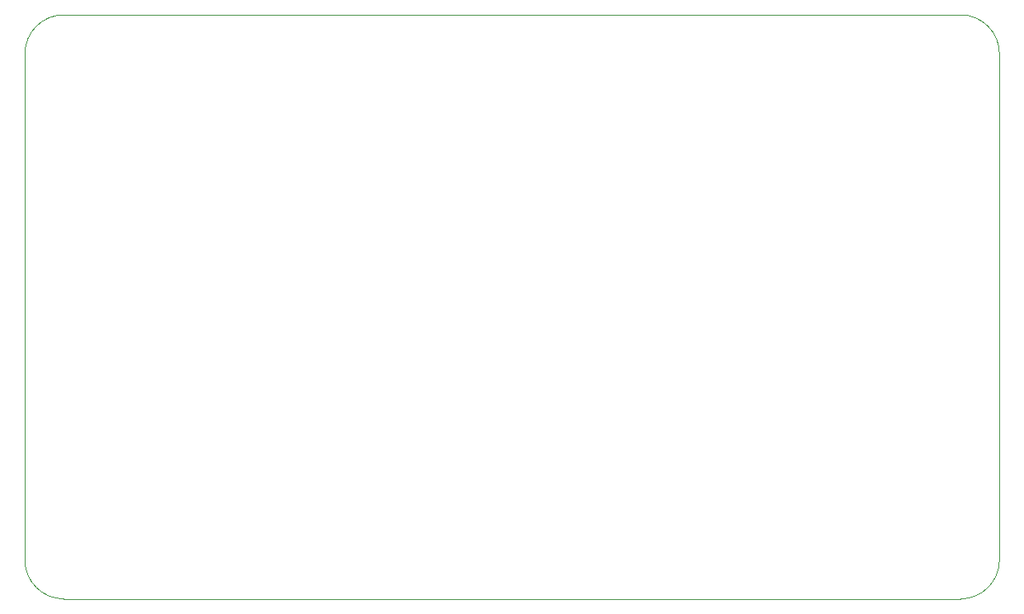
<source format=gm1>
G04 #@! TF.GenerationSoftware,KiCad,Pcbnew,9.0.2*
G04 #@! TF.CreationDate,2025-06-25T17:31:32+02:00*
G04 #@! TF.ProjectId,nuku-carrier-template-basic,6e756b75-2d63-4617-9272-6965722d7465,0*
G04 #@! TF.SameCoordinates,Original*
G04 #@! TF.FileFunction,Profile,NP*
%FSLAX46Y46*%
G04 Gerber Fmt 4.6, Leading zero omitted, Abs format (unit mm)*
G04 Created by KiCad (PCBNEW 9.0.2) date 2025-06-25 17:31:32*
%MOMM*%
%LPD*%
G01*
G04 APERTURE LIST*
G04 #@! TA.AperFunction,Profile*
%ADD10C,0.100000*%
G04 #@! TD*
G04 APERTURE END LIST*
D10*
X192500000Y-131000000D02*
G75*
G02*
X188500000Y-135000000I-4000000J0D01*
G01*
X192500000Y-79000000D02*
X192500000Y-131000000D01*
X96500000Y-75000000D02*
X188500000Y-75000000D01*
X96500000Y-135000000D02*
G75*
G02*
X92500000Y-131000000I0J4000000D01*
G01*
X92500000Y-131000000D02*
X92500000Y-79000000D01*
X188500000Y-75000000D02*
G75*
G02*
X192500000Y-79000000I0J-4000000D01*
G01*
X188500000Y-135000000D02*
X96500000Y-135000000D01*
X92500000Y-79000000D02*
G75*
G02*
X96500000Y-75000000I4000000J0D01*
G01*
M02*

</source>
